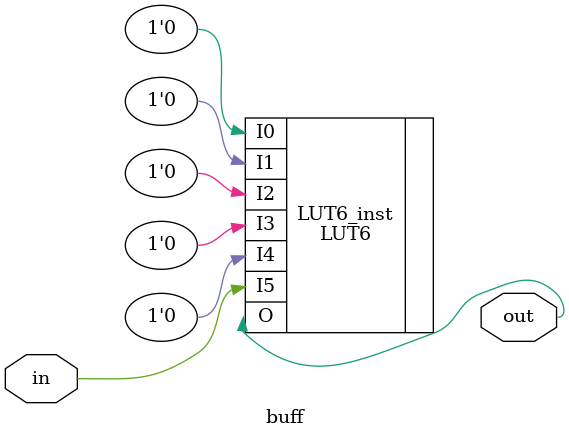
<source format=v>
`timescale 1ns / 1ps


module buff(input 	in,	//	buffer input.
		   output     out
  );
 


 LUT6 #(
		.INIT(64'hFFFFFFFF00000000)
	) LUT6_inst (
		.O(out),
		.I0(1'b0),
		.I1(1'b0),
		.I2(1'b0),
		.I3(1'b0),
		.I4(1'b0),
		.I5(in)
	);
  
endmodule


</source>
